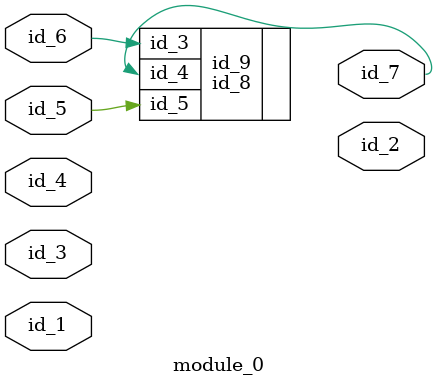
<source format=v>
module module_0 (
    id_1,
    id_2,
    id_3,
    id_4,
    id_5,
    id_6,
    id_7
);
  output id_7;
  input id_6;
  input id_5;
  input id_4;
  input id_3;
  output id_2;
  input id_1;
  id_8 id_9 (
      .id_4(id_7),
      .id_3(id_6),
      .id_5(id_6),
      .id_5(id_5)
  );
endmodule

</source>
